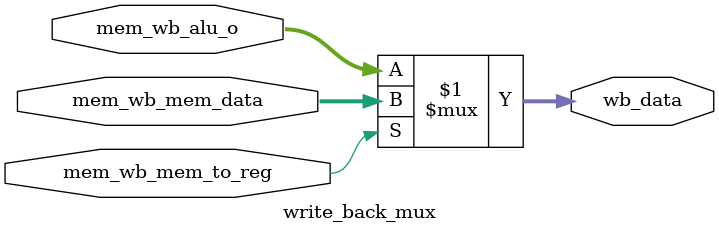
<source format=v>
module write_back_mux(
    input             mem_wb_mem_to_reg,
    input  [ 31 : 0 ] mem_wb_mem_data,
    input  [ 31 : 0 ] mem_wb_alu_o,
    output [ 31 : 0 ] wb_data
);

    assign wb_data = (mem_wb_mem_to_reg) ? mem_wb_mem_data : mem_wb_alu_o;

endmodule
</source>
